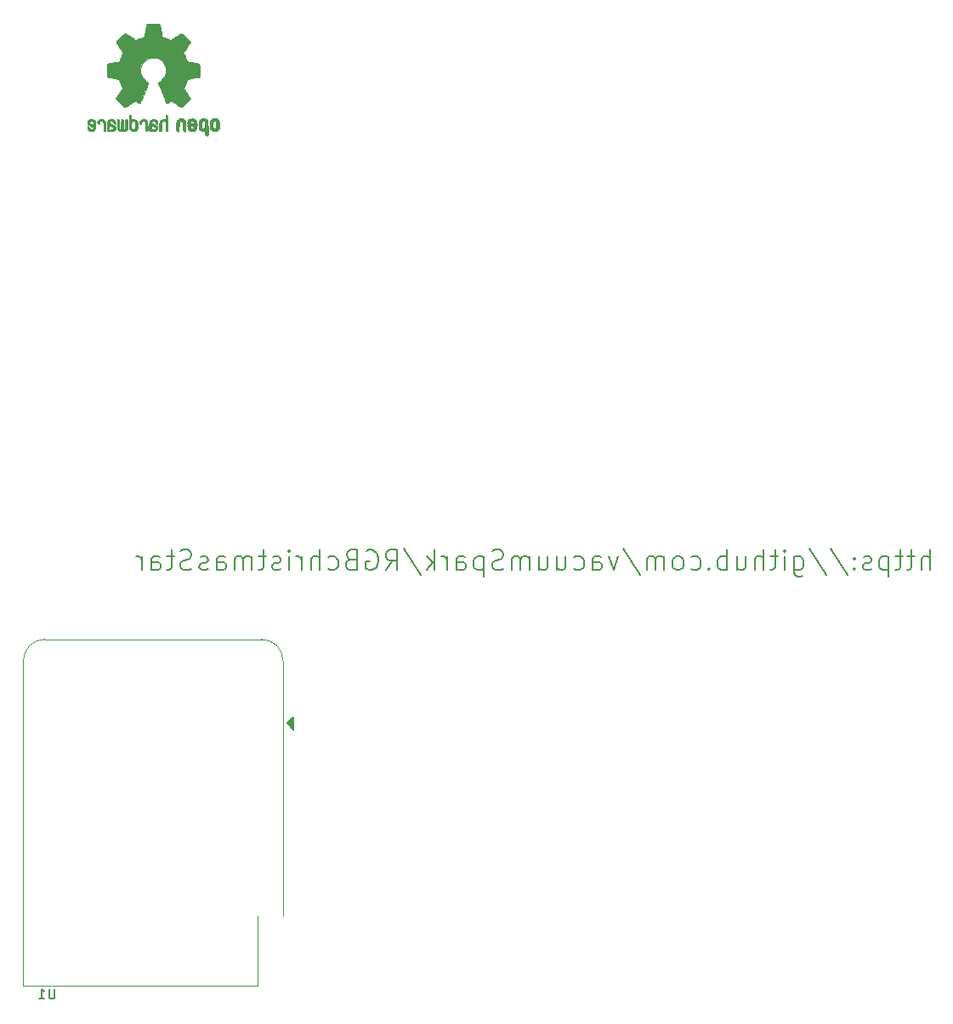
<source format=gbr>
%TF.GenerationSoftware,KiCad,Pcbnew,5.1.12-84ad8e8a86~92~ubuntu20.04.1*%
%TF.CreationDate,2021-11-29T16:52:28+01:00*%
%TF.ProjectId,RGBchristmasStar,52474263-6872-4697-9374-6d6173537461,rev?*%
%TF.SameCoordinates,Original*%
%TF.FileFunction,Legend,Bot*%
%TF.FilePolarity,Positive*%
%FSLAX46Y46*%
G04 Gerber Fmt 4.6, Leading zero omitted, Abs format (unit mm)*
G04 Created by KiCad (PCBNEW 5.1.12-84ad8e8a86~92~ubuntu20.04.1) date 2021-11-29 16:52:28*
%MOMM*%
%LPD*%
G01*
G04 APERTURE LIST*
%ADD10C,0.150000*%
%ADD11C,0.010000*%
%ADD12C,0.120000*%
G04 APERTURE END LIST*
D10*
X185360952Y-88794761D02*
X185360952Y-86794761D01*
X184503809Y-88794761D02*
X184503809Y-87747142D01*
X184599047Y-87556666D01*
X184789523Y-87461428D01*
X185075238Y-87461428D01*
X185265714Y-87556666D01*
X185360952Y-87651904D01*
X183837142Y-87461428D02*
X183075238Y-87461428D01*
X183551428Y-86794761D02*
X183551428Y-88509047D01*
X183456190Y-88699523D01*
X183265714Y-88794761D01*
X183075238Y-88794761D01*
X182694285Y-87461428D02*
X181932380Y-87461428D01*
X182408571Y-86794761D02*
X182408571Y-88509047D01*
X182313333Y-88699523D01*
X182122857Y-88794761D01*
X181932380Y-88794761D01*
X181265714Y-87461428D02*
X181265714Y-89461428D01*
X181265714Y-87556666D02*
X181075238Y-87461428D01*
X180694285Y-87461428D01*
X180503809Y-87556666D01*
X180408571Y-87651904D01*
X180313333Y-87842380D01*
X180313333Y-88413809D01*
X180408571Y-88604285D01*
X180503809Y-88699523D01*
X180694285Y-88794761D01*
X181075238Y-88794761D01*
X181265714Y-88699523D01*
X179551428Y-88699523D02*
X179360952Y-88794761D01*
X178980000Y-88794761D01*
X178789523Y-88699523D01*
X178694285Y-88509047D01*
X178694285Y-88413809D01*
X178789523Y-88223333D01*
X178980000Y-88128095D01*
X179265714Y-88128095D01*
X179456190Y-88032857D01*
X179551428Y-87842380D01*
X179551428Y-87747142D01*
X179456190Y-87556666D01*
X179265714Y-87461428D01*
X178980000Y-87461428D01*
X178789523Y-87556666D01*
X177837142Y-88604285D02*
X177741904Y-88699523D01*
X177837142Y-88794761D01*
X177932380Y-88699523D01*
X177837142Y-88604285D01*
X177837142Y-88794761D01*
X177837142Y-87556666D02*
X177741904Y-87651904D01*
X177837142Y-87747142D01*
X177932380Y-87651904D01*
X177837142Y-87556666D01*
X177837142Y-87747142D01*
X175456190Y-86699523D02*
X177170476Y-89270952D01*
X173360952Y-86699523D02*
X175075238Y-89270952D01*
X171837142Y-87461428D02*
X171837142Y-89080476D01*
X171932380Y-89270952D01*
X172027619Y-89366190D01*
X172218095Y-89461428D01*
X172503809Y-89461428D01*
X172694285Y-89366190D01*
X171837142Y-88699523D02*
X172027619Y-88794761D01*
X172408571Y-88794761D01*
X172599047Y-88699523D01*
X172694285Y-88604285D01*
X172789523Y-88413809D01*
X172789523Y-87842380D01*
X172694285Y-87651904D01*
X172599047Y-87556666D01*
X172408571Y-87461428D01*
X172027619Y-87461428D01*
X171837142Y-87556666D01*
X170884761Y-88794761D02*
X170884761Y-87461428D01*
X170884761Y-86794761D02*
X170980000Y-86890000D01*
X170884761Y-86985238D01*
X170789523Y-86890000D01*
X170884761Y-86794761D01*
X170884761Y-86985238D01*
X170218095Y-87461428D02*
X169456190Y-87461428D01*
X169932380Y-86794761D02*
X169932380Y-88509047D01*
X169837142Y-88699523D01*
X169646666Y-88794761D01*
X169456190Y-88794761D01*
X168789523Y-88794761D02*
X168789523Y-86794761D01*
X167932380Y-88794761D02*
X167932380Y-87747142D01*
X168027619Y-87556666D01*
X168218095Y-87461428D01*
X168503809Y-87461428D01*
X168694285Y-87556666D01*
X168789523Y-87651904D01*
X166122857Y-87461428D02*
X166122857Y-88794761D01*
X166980000Y-87461428D02*
X166980000Y-88509047D01*
X166884761Y-88699523D01*
X166694285Y-88794761D01*
X166408571Y-88794761D01*
X166218095Y-88699523D01*
X166122857Y-88604285D01*
X165170476Y-88794761D02*
X165170476Y-86794761D01*
X165170476Y-87556666D02*
X164980000Y-87461428D01*
X164599047Y-87461428D01*
X164408571Y-87556666D01*
X164313333Y-87651904D01*
X164218095Y-87842380D01*
X164218095Y-88413809D01*
X164313333Y-88604285D01*
X164408571Y-88699523D01*
X164599047Y-88794761D01*
X164980000Y-88794761D01*
X165170476Y-88699523D01*
X163360952Y-88604285D02*
X163265714Y-88699523D01*
X163360952Y-88794761D01*
X163456190Y-88699523D01*
X163360952Y-88604285D01*
X163360952Y-88794761D01*
X161551428Y-88699523D02*
X161741904Y-88794761D01*
X162122857Y-88794761D01*
X162313333Y-88699523D01*
X162408571Y-88604285D01*
X162503809Y-88413809D01*
X162503809Y-87842380D01*
X162408571Y-87651904D01*
X162313333Y-87556666D01*
X162122857Y-87461428D01*
X161741904Y-87461428D01*
X161551428Y-87556666D01*
X160408571Y-88794761D02*
X160599047Y-88699523D01*
X160694285Y-88604285D01*
X160789523Y-88413809D01*
X160789523Y-87842380D01*
X160694285Y-87651904D01*
X160599047Y-87556666D01*
X160408571Y-87461428D01*
X160122857Y-87461428D01*
X159932380Y-87556666D01*
X159837142Y-87651904D01*
X159741904Y-87842380D01*
X159741904Y-88413809D01*
X159837142Y-88604285D01*
X159932380Y-88699523D01*
X160122857Y-88794761D01*
X160408571Y-88794761D01*
X158884761Y-88794761D02*
X158884761Y-87461428D01*
X158884761Y-87651904D02*
X158789523Y-87556666D01*
X158599047Y-87461428D01*
X158313333Y-87461428D01*
X158122857Y-87556666D01*
X158027619Y-87747142D01*
X158027619Y-88794761D01*
X158027619Y-87747142D02*
X157932380Y-87556666D01*
X157741904Y-87461428D01*
X157456190Y-87461428D01*
X157265714Y-87556666D01*
X157170476Y-87747142D01*
X157170476Y-88794761D01*
X154789523Y-86699523D02*
X156503809Y-89270952D01*
X154313333Y-87461428D02*
X153837142Y-88794761D01*
X153360952Y-87461428D01*
X151741904Y-88794761D02*
X151741904Y-87747142D01*
X151837142Y-87556666D01*
X152027619Y-87461428D01*
X152408571Y-87461428D01*
X152599047Y-87556666D01*
X151741904Y-88699523D02*
X151932380Y-88794761D01*
X152408571Y-88794761D01*
X152599047Y-88699523D01*
X152694285Y-88509047D01*
X152694285Y-88318571D01*
X152599047Y-88128095D01*
X152408571Y-88032857D01*
X151932380Y-88032857D01*
X151741904Y-87937619D01*
X149932380Y-88699523D02*
X150122857Y-88794761D01*
X150503809Y-88794761D01*
X150694285Y-88699523D01*
X150789523Y-88604285D01*
X150884761Y-88413809D01*
X150884761Y-87842380D01*
X150789523Y-87651904D01*
X150694285Y-87556666D01*
X150503809Y-87461428D01*
X150122857Y-87461428D01*
X149932380Y-87556666D01*
X148218095Y-87461428D02*
X148218095Y-88794761D01*
X149075238Y-87461428D02*
X149075238Y-88509047D01*
X148980000Y-88699523D01*
X148789523Y-88794761D01*
X148503809Y-88794761D01*
X148313333Y-88699523D01*
X148218095Y-88604285D01*
X146408571Y-87461428D02*
X146408571Y-88794761D01*
X147265714Y-87461428D02*
X147265714Y-88509047D01*
X147170476Y-88699523D01*
X146980000Y-88794761D01*
X146694285Y-88794761D01*
X146503809Y-88699523D01*
X146408571Y-88604285D01*
X145456190Y-88794761D02*
X145456190Y-87461428D01*
X145456190Y-87651904D02*
X145360952Y-87556666D01*
X145170476Y-87461428D01*
X144884761Y-87461428D01*
X144694285Y-87556666D01*
X144599047Y-87747142D01*
X144599047Y-88794761D01*
X144599047Y-87747142D02*
X144503809Y-87556666D01*
X144313333Y-87461428D01*
X144027619Y-87461428D01*
X143837142Y-87556666D01*
X143741904Y-87747142D01*
X143741904Y-88794761D01*
X142884761Y-88699523D02*
X142599047Y-88794761D01*
X142122857Y-88794761D01*
X141932380Y-88699523D01*
X141837142Y-88604285D01*
X141741904Y-88413809D01*
X141741904Y-88223333D01*
X141837142Y-88032857D01*
X141932380Y-87937619D01*
X142122857Y-87842380D01*
X142503809Y-87747142D01*
X142694285Y-87651904D01*
X142789523Y-87556666D01*
X142884761Y-87366190D01*
X142884761Y-87175714D01*
X142789523Y-86985238D01*
X142694285Y-86890000D01*
X142503809Y-86794761D01*
X142027619Y-86794761D01*
X141741904Y-86890000D01*
X140884761Y-87461428D02*
X140884761Y-89461428D01*
X140884761Y-87556666D02*
X140694285Y-87461428D01*
X140313333Y-87461428D01*
X140122857Y-87556666D01*
X140027619Y-87651904D01*
X139932380Y-87842380D01*
X139932380Y-88413809D01*
X140027619Y-88604285D01*
X140122857Y-88699523D01*
X140313333Y-88794761D01*
X140694285Y-88794761D01*
X140884761Y-88699523D01*
X138218095Y-88794761D02*
X138218095Y-87747142D01*
X138313333Y-87556666D01*
X138503809Y-87461428D01*
X138884761Y-87461428D01*
X139075238Y-87556666D01*
X138218095Y-88699523D02*
X138408571Y-88794761D01*
X138884761Y-88794761D01*
X139075238Y-88699523D01*
X139170476Y-88509047D01*
X139170476Y-88318571D01*
X139075238Y-88128095D01*
X138884761Y-88032857D01*
X138408571Y-88032857D01*
X138218095Y-87937619D01*
X137265714Y-88794761D02*
X137265714Y-87461428D01*
X137265714Y-87842380D02*
X137170476Y-87651904D01*
X137075238Y-87556666D01*
X136884761Y-87461428D01*
X136694285Y-87461428D01*
X136027619Y-88794761D02*
X136027619Y-86794761D01*
X135837142Y-88032857D02*
X135265714Y-88794761D01*
X135265714Y-87461428D02*
X136027619Y-88223333D01*
X132980000Y-86699523D02*
X134694285Y-89270952D01*
X131170476Y-88794761D02*
X131837142Y-87842380D01*
X132313333Y-88794761D02*
X132313333Y-86794761D01*
X131551428Y-86794761D01*
X131360952Y-86890000D01*
X131265714Y-86985238D01*
X131170476Y-87175714D01*
X131170476Y-87461428D01*
X131265714Y-87651904D01*
X131360952Y-87747142D01*
X131551428Y-87842380D01*
X132313333Y-87842380D01*
X129265714Y-86890000D02*
X129456190Y-86794761D01*
X129741904Y-86794761D01*
X130027619Y-86890000D01*
X130218095Y-87080476D01*
X130313333Y-87270952D01*
X130408571Y-87651904D01*
X130408571Y-87937619D01*
X130313333Y-88318571D01*
X130218095Y-88509047D01*
X130027619Y-88699523D01*
X129741904Y-88794761D01*
X129551428Y-88794761D01*
X129265714Y-88699523D01*
X129170476Y-88604285D01*
X129170476Y-87937619D01*
X129551428Y-87937619D01*
X127646666Y-87747142D02*
X127360952Y-87842380D01*
X127265714Y-87937619D01*
X127170476Y-88128095D01*
X127170476Y-88413809D01*
X127265714Y-88604285D01*
X127360952Y-88699523D01*
X127551428Y-88794761D01*
X128313333Y-88794761D01*
X128313333Y-86794761D01*
X127646666Y-86794761D01*
X127456190Y-86890000D01*
X127360952Y-86985238D01*
X127265714Y-87175714D01*
X127265714Y-87366190D01*
X127360952Y-87556666D01*
X127456190Y-87651904D01*
X127646666Y-87747142D01*
X128313333Y-87747142D01*
X125456190Y-88699523D02*
X125646666Y-88794761D01*
X126027619Y-88794761D01*
X126218095Y-88699523D01*
X126313333Y-88604285D01*
X126408571Y-88413809D01*
X126408571Y-87842380D01*
X126313333Y-87651904D01*
X126218095Y-87556666D01*
X126027619Y-87461428D01*
X125646666Y-87461428D01*
X125456190Y-87556666D01*
X124599047Y-88794761D02*
X124599047Y-86794761D01*
X123741904Y-88794761D02*
X123741904Y-87747142D01*
X123837142Y-87556666D01*
X124027619Y-87461428D01*
X124313333Y-87461428D01*
X124503809Y-87556666D01*
X124599047Y-87651904D01*
X122789523Y-88794761D02*
X122789523Y-87461428D01*
X122789523Y-87842380D02*
X122694285Y-87651904D01*
X122599047Y-87556666D01*
X122408571Y-87461428D01*
X122218095Y-87461428D01*
X121551428Y-88794761D02*
X121551428Y-87461428D01*
X121551428Y-86794761D02*
X121646666Y-86890000D01*
X121551428Y-86985238D01*
X121456190Y-86890000D01*
X121551428Y-86794761D01*
X121551428Y-86985238D01*
X120694285Y-88699523D02*
X120503809Y-88794761D01*
X120122857Y-88794761D01*
X119932380Y-88699523D01*
X119837142Y-88509047D01*
X119837142Y-88413809D01*
X119932380Y-88223333D01*
X120122857Y-88128095D01*
X120408571Y-88128095D01*
X120599047Y-88032857D01*
X120694285Y-87842380D01*
X120694285Y-87747142D01*
X120599047Y-87556666D01*
X120408571Y-87461428D01*
X120122857Y-87461428D01*
X119932380Y-87556666D01*
X119265714Y-87461428D02*
X118503809Y-87461428D01*
X118980000Y-86794761D02*
X118980000Y-88509047D01*
X118884761Y-88699523D01*
X118694285Y-88794761D01*
X118503809Y-88794761D01*
X117837142Y-88794761D02*
X117837142Y-87461428D01*
X117837142Y-87651904D02*
X117741904Y-87556666D01*
X117551428Y-87461428D01*
X117265714Y-87461428D01*
X117075238Y-87556666D01*
X116980000Y-87747142D01*
X116980000Y-88794761D01*
X116980000Y-87747142D02*
X116884761Y-87556666D01*
X116694285Y-87461428D01*
X116408571Y-87461428D01*
X116218095Y-87556666D01*
X116122857Y-87747142D01*
X116122857Y-88794761D01*
X114313333Y-88794761D02*
X114313333Y-87747142D01*
X114408571Y-87556666D01*
X114599047Y-87461428D01*
X114980000Y-87461428D01*
X115170476Y-87556666D01*
X114313333Y-88699523D02*
X114503809Y-88794761D01*
X114980000Y-88794761D01*
X115170476Y-88699523D01*
X115265714Y-88509047D01*
X115265714Y-88318571D01*
X115170476Y-88128095D01*
X114980000Y-88032857D01*
X114503809Y-88032857D01*
X114313333Y-87937619D01*
X113456190Y-88699523D02*
X113265714Y-88794761D01*
X112884761Y-88794761D01*
X112694285Y-88699523D01*
X112599047Y-88509047D01*
X112599047Y-88413809D01*
X112694285Y-88223333D01*
X112884761Y-88128095D01*
X113170476Y-88128095D01*
X113360952Y-88032857D01*
X113456190Y-87842380D01*
X113456190Y-87747142D01*
X113360952Y-87556666D01*
X113170476Y-87461428D01*
X112884761Y-87461428D01*
X112694285Y-87556666D01*
X111837142Y-88699523D02*
X111551428Y-88794761D01*
X111075238Y-88794761D01*
X110884761Y-88699523D01*
X110789523Y-88604285D01*
X110694285Y-88413809D01*
X110694285Y-88223333D01*
X110789523Y-88032857D01*
X110884761Y-87937619D01*
X111075238Y-87842380D01*
X111456190Y-87747142D01*
X111646666Y-87651904D01*
X111741904Y-87556666D01*
X111837142Y-87366190D01*
X111837142Y-87175714D01*
X111741904Y-86985238D01*
X111646666Y-86890000D01*
X111456190Y-86794761D01*
X110980000Y-86794761D01*
X110694285Y-86890000D01*
X110122857Y-87461428D02*
X109360952Y-87461428D01*
X109837142Y-86794761D02*
X109837142Y-88509047D01*
X109741904Y-88699523D01*
X109551428Y-88794761D01*
X109360952Y-88794761D01*
X107837142Y-88794761D02*
X107837142Y-87747142D01*
X107932380Y-87556666D01*
X108122857Y-87461428D01*
X108503809Y-87461428D01*
X108694285Y-87556666D01*
X107837142Y-88699523D02*
X108027619Y-88794761D01*
X108503809Y-88794761D01*
X108694285Y-88699523D01*
X108789523Y-88509047D01*
X108789523Y-88318571D01*
X108694285Y-88128095D01*
X108503809Y-88032857D01*
X108027619Y-88032857D01*
X107837142Y-87937619D01*
X106884761Y-88794761D02*
X106884761Y-87461428D01*
X106884761Y-87842380D02*
X106789523Y-87651904D01*
X106694285Y-87556666D01*
X106503809Y-87461428D01*
X106313333Y-87461428D01*
D11*
%TO.C,REF\u002A\u002A*%
G36*
X107790986Y-34452998D02*
G01*
X107632994Y-34453863D01*
X107518653Y-34456205D01*
X107440593Y-34460762D01*
X107391446Y-34468270D01*
X107363841Y-34479466D01*
X107350408Y-34495088D01*
X107343779Y-34515873D01*
X107343135Y-34518563D01*
X107333065Y-34567113D01*
X107314425Y-34662905D01*
X107289155Y-34795743D01*
X107259193Y-34955431D01*
X107226478Y-35131774D01*
X107225336Y-35137967D01*
X107192567Y-35310782D01*
X107161907Y-35463469D01*
X107135336Y-35586871D01*
X107114833Y-35671831D01*
X107102374Y-35709190D01*
X107101780Y-35709852D01*
X107065081Y-35728095D01*
X106989414Y-35758497D01*
X106891122Y-35794493D01*
X106890575Y-35794685D01*
X106766767Y-35841222D01*
X106620804Y-35900504D01*
X106483219Y-35960109D01*
X106476707Y-35963056D01*
X106252610Y-36064765D01*
X105756381Y-35725897D01*
X105604154Y-35622592D01*
X105466259Y-35530237D01*
X105350685Y-35454084D01*
X105265421Y-35399385D01*
X105218456Y-35371393D01*
X105213996Y-35369317D01*
X105179866Y-35378560D01*
X105116119Y-35423156D01*
X105020269Y-35505209D01*
X104889831Y-35626821D01*
X104756672Y-35756205D01*
X104628306Y-35883702D01*
X104513419Y-36000046D01*
X104418927Y-36098052D01*
X104351747Y-36170536D01*
X104318794Y-36210313D01*
X104317568Y-36212361D01*
X104313926Y-36239656D01*
X104327650Y-36284234D01*
X104362131Y-36352112D01*
X104420761Y-36449311D01*
X104506930Y-36581851D01*
X104621800Y-36752476D01*
X104723746Y-36902655D01*
X104814877Y-37037350D01*
X104889927Y-37148740D01*
X104943631Y-37229005D01*
X104970720Y-37270325D01*
X104972426Y-37273130D01*
X104969118Y-37312721D01*
X104944047Y-37389669D01*
X104902202Y-37489432D01*
X104887288Y-37521291D01*
X104822214Y-37663226D01*
X104752788Y-37824273D01*
X104696391Y-37963621D01*
X104655753Y-38067044D01*
X104623474Y-38145642D01*
X104604822Y-38186720D01*
X104602503Y-38189885D01*
X104568197Y-38195128D01*
X104487331Y-38209494D01*
X104370657Y-38230937D01*
X104228925Y-38257413D01*
X104072890Y-38286877D01*
X103913302Y-38317283D01*
X103760915Y-38346588D01*
X103626479Y-38372745D01*
X103520748Y-38393710D01*
X103454474Y-38407439D01*
X103438218Y-38411320D01*
X103421427Y-38420900D01*
X103408751Y-38442536D01*
X103399622Y-38483531D01*
X103393469Y-38551189D01*
X103389720Y-38652812D01*
X103387808Y-38795703D01*
X103387160Y-38987165D01*
X103387126Y-39065645D01*
X103387126Y-39703906D01*
X103540402Y-39734160D01*
X103625678Y-39750564D01*
X103752930Y-39774509D01*
X103906685Y-39803107D01*
X104071466Y-39833467D01*
X104117011Y-39841806D01*
X104269068Y-39871370D01*
X104401532Y-39900442D01*
X104503286Y-39926329D01*
X104563212Y-39946337D01*
X104573195Y-39952301D01*
X104597707Y-39994534D01*
X104632852Y-40076370D01*
X104671827Y-40181683D01*
X104679558Y-40204368D01*
X104730640Y-40345018D01*
X104794046Y-40503714D01*
X104856096Y-40646225D01*
X104856402Y-40646886D01*
X104959733Y-40870440D01*
X104280039Y-41870232D01*
X104716379Y-42307300D01*
X104848351Y-42437381D01*
X104968721Y-42552048D01*
X105070727Y-42645181D01*
X105147609Y-42710658D01*
X105192607Y-42742357D01*
X105199062Y-42744368D01*
X105236960Y-42728529D01*
X105314292Y-42684496D01*
X105422611Y-42617490D01*
X105553468Y-42532734D01*
X105694948Y-42437816D01*
X105838539Y-42340998D01*
X105966565Y-42256751D01*
X106070895Y-42190258D01*
X106143400Y-42146702D01*
X106175842Y-42131264D01*
X106215424Y-42144328D01*
X106290481Y-42178750D01*
X106385532Y-42227380D01*
X106395608Y-42232785D01*
X106523609Y-42296980D01*
X106611382Y-42328463D01*
X106665972Y-42328798D01*
X106694425Y-42299548D01*
X106694590Y-42299138D01*
X106708812Y-42264498D01*
X106742731Y-42182269D01*
X106793716Y-42058814D01*
X106859138Y-41900498D01*
X106936366Y-41713686D01*
X107022771Y-41504742D01*
X107106449Y-41302446D01*
X107198412Y-41079200D01*
X107282850Y-40872392D01*
X107357231Y-40688362D01*
X107419026Y-40533451D01*
X107465703Y-40413996D01*
X107494732Y-40336339D01*
X107503678Y-40307356D01*
X107481244Y-40274110D01*
X107422561Y-40221123D01*
X107344311Y-40162704D01*
X107121466Y-39977952D01*
X106947282Y-39766182D01*
X106823846Y-39531856D01*
X106753246Y-39279434D01*
X106737569Y-39013377D01*
X106748964Y-38890575D01*
X106811050Y-38635793D01*
X106917977Y-38410801D01*
X107063111Y-38217817D01*
X107239822Y-38059061D01*
X107441478Y-37936750D01*
X107661446Y-37853105D01*
X107893094Y-37810344D01*
X108129791Y-37810687D01*
X108364905Y-37856352D01*
X108591804Y-37949559D01*
X108803856Y-38092527D01*
X108892364Y-38173383D01*
X109062111Y-38381007D01*
X109180301Y-38607895D01*
X109247722Y-38847433D01*
X109265160Y-39093007D01*
X109233402Y-39338003D01*
X109153235Y-39575808D01*
X109025445Y-39799807D01*
X108850820Y-40003387D01*
X108655688Y-40162704D01*
X108574409Y-40223602D01*
X108516991Y-40276015D01*
X108496322Y-40307406D01*
X108507144Y-40341639D01*
X108537923Y-40423419D01*
X108586126Y-40546407D01*
X108649222Y-40704263D01*
X108724678Y-40890649D01*
X108809962Y-41099226D01*
X108893781Y-41302496D01*
X108986255Y-41525933D01*
X109071911Y-41732984D01*
X109148118Y-41917286D01*
X109212247Y-42072475D01*
X109261668Y-42192188D01*
X109293752Y-42270061D01*
X109305641Y-42299138D01*
X109333726Y-42328677D01*
X109388051Y-42328591D01*
X109475605Y-42297326D01*
X109603381Y-42233329D01*
X109604392Y-42232785D01*
X109700598Y-42183121D01*
X109778369Y-42146945D01*
X109822223Y-42131408D01*
X109824158Y-42131264D01*
X109857171Y-42147024D01*
X109930054Y-42190850D01*
X110034678Y-42257557D01*
X110162910Y-42341964D01*
X110305052Y-42437816D01*
X110449767Y-42534867D01*
X110580196Y-42619270D01*
X110687890Y-42685801D01*
X110764402Y-42729238D01*
X110800938Y-42744368D01*
X110834582Y-42724482D01*
X110902224Y-42668903D01*
X110997107Y-42583754D01*
X111112470Y-42475153D01*
X111241555Y-42349221D01*
X111283771Y-42307149D01*
X111720261Y-41869931D01*
X111388023Y-41382340D01*
X111287054Y-41232605D01*
X111198438Y-41098220D01*
X111127146Y-40986969D01*
X111078150Y-40906639D01*
X111056422Y-40865014D01*
X111055785Y-40862053D01*
X111067240Y-40822818D01*
X111098051Y-40743895D01*
X111142884Y-40638509D01*
X111174353Y-40567954D01*
X111233192Y-40432876D01*
X111288604Y-40296409D01*
X111331564Y-40181103D01*
X111343234Y-40145977D01*
X111376389Y-40052174D01*
X111408799Y-39979694D01*
X111426601Y-39952301D01*
X111465886Y-39935536D01*
X111551626Y-39911770D01*
X111672697Y-39883697D01*
X111817973Y-39854009D01*
X111882988Y-39841806D01*
X112048087Y-39811468D01*
X112206448Y-39782093D01*
X112342596Y-39756569D01*
X112441057Y-39737785D01*
X112459598Y-39734160D01*
X112612873Y-39703906D01*
X112612873Y-39065645D01*
X112612529Y-38855770D01*
X112611116Y-38696980D01*
X112608064Y-38581973D01*
X112602803Y-38503446D01*
X112594763Y-38454096D01*
X112583373Y-38426619D01*
X112568063Y-38413713D01*
X112561782Y-38411320D01*
X112523896Y-38402833D01*
X112440195Y-38385900D01*
X112321433Y-38362566D01*
X112178361Y-38334875D01*
X112021732Y-38304873D01*
X111862297Y-38274604D01*
X111710809Y-38246115D01*
X111578019Y-38221449D01*
X111474681Y-38202651D01*
X111411545Y-38191767D01*
X111397497Y-38189885D01*
X111384770Y-38164704D01*
X111356600Y-38097622D01*
X111318252Y-38001333D01*
X111303609Y-37963621D01*
X111244548Y-37817921D01*
X111175000Y-37656951D01*
X111112712Y-37521291D01*
X111066879Y-37417561D01*
X111036387Y-37332326D01*
X111026208Y-37280126D01*
X111027831Y-37273130D01*
X111049343Y-37240102D01*
X111098465Y-37166643D01*
X111169923Y-37060577D01*
X111258445Y-36929726D01*
X111358759Y-36781912D01*
X111378594Y-36752734D01*
X111494988Y-36579863D01*
X111580548Y-36448226D01*
X111638684Y-36351761D01*
X111672808Y-36284408D01*
X111686331Y-36240106D01*
X111682664Y-36212794D01*
X111682570Y-36212620D01*
X111653707Y-36176746D01*
X111589867Y-36107391D01*
X111497969Y-36011745D01*
X111384933Y-35896999D01*
X111257679Y-35770341D01*
X111243328Y-35756205D01*
X111082957Y-35600903D01*
X110959195Y-35486870D01*
X110869555Y-35412002D01*
X110811552Y-35374196D01*
X110786004Y-35369317D01*
X110748718Y-35390603D01*
X110671343Y-35439773D01*
X110561867Y-35511575D01*
X110428280Y-35600755D01*
X110278570Y-35702063D01*
X110243618Y-35725897D01*
X109747390Y-36064765D01*
X109523293Y-35963056D01*
X109387011Y-35903783D01*
X109240724Y-35844170D01*
X109114965Y-35796640D01*
X109109425Y-35794685D01*
X109011057Y-35758677D01*
X108935229Y-35728229D01*
X108898282Y-35709905D01*
X108898220Y-35709852D01*
X108886496Y-35676729D01*
X108866568Y-35595267D01*
X108840413Y-35474625D01*
X108810010Y-35323959D01*
X108777337Y-35152428D01*
X108774664Y-35137967D01*
X108741890Y-34961235D01*
X108711802Y-34800810D01*
X108686339Y-34666888D01*
X108667441Y-34569663D01*
X108657047Y-34519332D01*
X108656865Y-34518563D01*
X108650539Y-34497153D01*
X108638239Y-34480988D01*
X108612594Y-34469331D01*
X108566235Y-34461445D01*
X108491792Y-34456593D01*
X108381895Y-34454039D01*
X108229175Y-34453045D01*
X108026262Y-34452874D01*
X108000000Y-34452874D01*
X107790986Y-34452998D01*
G37*
X107790986Y-34452998D02*
X107632994Y-34453863D01*
X107518653Y-34456205D01*
X107440593Y-34460762D01*
X107391446Y-34468270D01*
X107363841Y-34479466D01*
X107350408Y-34495088D01*
X107343779Y-34515873D01*
X107343135Y-34518563D01*
X107333065Y-34567113D01*
X107314425Y-34662905D01*
X107289155Y-34795743D01*
X107259193Y-34955431D01*
X107226478Y-35131774D01*
X107225336Y-35137967D01*
X107192567Y-35310782D01*
X107161907Y-35463469D01*
X107135336Y-35586871D01*
X107114833Y-35671831D01*
X107102374Y-35709190D01*
X107101780Y-35709852D01*
X107065081Y-35728095D01*
X106989414Y-35758497D01*
X106891122Y-35794493D01*
X106890575Y-35794685D01*
X106766767Y-35841222D01*
X106620804Y-35900504D01*
X106483219Y-35960109D01*
X106476707Y-35963056D01*
X106252610Y-36064765D01*
X105756381Y-35725897D01*
X105604154Y-35622592D01*
X105466259Y-35530237D01*
X105350685Y-35454084D01*
X105265421Y-35399385D01*
X105218456Y-35371393D01*
X105213996Y-35369317D01*
X105179866Y-35378560D01*
X105116119Y-35423156D01*
X105020269Y-35505209D01*
X104889831Y-35626821D01*
X104756672Y-35756205D01*
X104628306Y-35883702D01*
X104513419Y-36000046D01*
X104418927Y-36098052D01*
X104351747Y-36170536D01*
X104318794Y-36210313D01*
X104317568Y-36212361D01*
X104313926Y-36239656D01*
X104327650Y-36284234D01*
X104362131Y-36352112D01*
X104420761Y-36449311D01*
X104506930Y-36581851D01*
X104621800Y-36752476D01*
X104723746Y-36902655D01*
X104814877Y-37037350D01*
X104889927Y-37148740D01*
X104943631Y-37229005D01*
X104970720Y-37270325D01*
X104972426Y-37273130D01*
X104969118Y-37312721D01*
X104944047Y-37389669D01*
X104902202Y-37489432D01*
X104887288Y-37521291D01*
X104822214Y-37663226D01*
X104752788Y-37824273D01*
X104696391Y-37963621D01*
X104655753Y-38067044D01*
X104623474Y-38145642D01*
X104604822Y-38186720D01*
X104602503Y-38189885D01*
X104568197Y-38195128D01*
X104487331Y-38209494D01*
X104370657Y-38230937D01*
X104228925Y-38257413D01*
X104072890Y-38286877D01*
X103913302Y-38317283D01*
X103760915Y-38346588D01*
X103626479Y-38372745D01*
X103520748Y-38393710D01*
X103454474Y-38407439D01*
X103438218Y-38411320D01*
X103421427Y-38420900D01*
X103408751Y-38442536D01*
X103399622Y-38483531D01*
X103393469Y-38551189D01*
X103389720Y-38652812D01*
X103387808Y-38795703D01*
X103387160Y-38987165D01*
X103387126Y-39065645D01*
X103387126Y-39703906D01*
X103540402Y-39734160D01*
X103625678Y-39750564D01*
X103752930Y-39774509D01*
X103906685Y-39803107D01*
X104071466Y-39833467D01*
X104117011Y-39841806D01*
X104269068Y-39871370D01*
X104401532Y-39900442D01*
X104503286Y-39926329D01*
X104563212Y-39946337D01*
X104573195Y-39952301D01*
X104597707Y-39994534D01*
X104632852Y-40076370D01*
X104671827Y-40181683D01*
X104679558Y-40204368D01*
X104730640Y-40345018D01*
X104794046Y-40503714D01*
X104856096Y-40646225D01*
X104856402Y-40646886D01*
X104959733Y-40870440D01*
X104280039Y-41870232D01*
X104716379Y-42307300D01*
X104848351Y-42437381D01*
X104968721Y-42552048D01*
X105070727Y-42645181D01*
X105147609Y-42710658D01*
X105192607Y-42742357D01*
X105199062Y-42744368D01*
X105236960Y-42728529D01*
X105314292Y-42684496D01*
X105422611Y-42617490D01*
X105553468Y-42532734D01*
X105694948Y-42437816D01*
X105838539Y-42340998D01*
X105966565Y-42256751D01*
X106070895Y-42190258D01*
X106143400Y-42146702D01*
X106175842Y-42131264D01*
X106215424Y-42144328D01*
X106290481Y-42178750D01*
X106385532Y-42227380D01*
X106395608Y-42232785D01*
X106523609Y-42296980D01*
X106611382Y-42328463D01*
X106665972Y-42328798D01*
X106694425Y-42299548D01*
X106694590Y-42299138D01*
X106708812Y-42264498D01*
X106742731Y-42182269D01*
X106793716Y-42058814D01*
X106859138Y-41900498D01*
X106936366Y-41713686D01*
X107022771Y-41504742D01*
X107106449Y-41302446D01*
X107198412Y-41079200D01*
X107282850Y-40872392D01*
X107357231Y-40688362D01*
X107419026Y-40533451D01*
X107465703Y-40413996D01*
X107494732Y-40336339D01*
X107503678Y-40307356D01*
X107481244Y-40274110D01*
X107422561Y-40221123D01*
X107344311Y-40162704D01*
X107121466Y-39977952D01*
X106947282Y-39766182D01*
X106823846Y-39531856D01*
X106753246Y-39279434D01*
X106737569Y-39013377D01*
X106748964Y-38890575D01*
X106811050Y-38635793D01*
X106917977Y-38410801D01*
X107063111Y-38217817D01*
X107239822Y-38059061D01*
X107441478Y-37936750D01*
X107661446Y-37853105D01*
X107893094Y-37810344D01*
X108129791Y-37810687D01*
X108364905Y-37856352D01*
X108591804Y-37949559D01*
X108803856Y-38092527D01*
X108892364Y-38173383D01*
X109062111Y-38381007D01*
X109180301Y-38607895D01*
X109247722Y-38847433D01*
X109265160Y-39093007D01*
X109233402Y-39338003D01*
X109153235Y-39575808D01*
X109025445Y-39799807D01*
X108850820Y-40003387D01*
X108655688Y-40162704D01*
X108574409Y-40223602D01*
X108516991Y-40276015D01*
X108496322Y-40307406D01*
X108507144Y-40341639D01*
X108537923Y-40423419D01*
X108586126Y-40546407D01*
X108649222Y-40704263D01*
X108724678Y-40890649D01*
X108809962Y-41099226D01*
X108893781Y-41302496D01*
X108986255Y-41525933D01*
X109071911Y-41732984D01*
X109148118Y-41917286D01*
X109212247Y-42072475D01*
X109261668Y-42192188D01*
X109293752Y-42270061D01*
X109305641Y-42299138D01*
X109333726Y-42328677D01*
X109388051Y-42328591D01*
X109475605Y-42297326D01*
X109603381Y-42233329D01*
X109604392Y-42232785D01*
X109700598Y-42183121D01*
X109778369Y-42146945D01*
X109822223Y-42131408D01*
X109824158Y-42131264D01*
X109857171Y-42147024D01*
X109930054Y-42190850D01*
X110034678Y-42257557D01*
X110162910Y-42341964D01*
X110305052Y-42437816D01*
X110449767Y-42534867D01*
X110580196Y-42619270D01*
X110687890Y-42685801D01*
X110764402Y-42729238D01*
X110800938Y-42744368D01*
X110834582Y-42724482D01*
X110902224Y-42668903D01*
X110997107Y-42583754D01*
X111112470Y-42475153D01*
X111241555Y-42349221D01*
X111283771Y-42307149D01*
X111720261Y-41869931D01*
X111388023Y-41382340D01*
X111287054Y-41232605D01*
X111198438Y-41098220D01*
X111127146Y-40986969D01*
X111078150Y-40906639D01*
X111056422Y-40865014D01*
X111055785Y-40862053D01*
X111067240Y-40822818D01*
X111098051Y-40743895D01*
X111142884Y-40638509D01*
X111174353Y-40567954D01*
X111233192Y-40432876D01*
X111288604Y-40296409D01*
X111331564Y-40181103D01*
X111343234Y-40145977D01*
X111376389Y-40052174D01*
X111408799Y-39979694D01*
X111426601Y-39952301D01*
X111465886Y-39935536D01*
X111551626Y-39911770D01*
X111672697Y-39883697D01*
X111817973Y-39854009D01*
X111882988Y-39841806D01*
X112048087Y-39811468D01*
X112206448Y-39782093D01*
X112342596Y-39756569D01*
X112441057Y-39737785D01*
X112459598Y-39734160D01*
X112612873Y-39703906D01*
X112612873Y-39065645D01*
X112612529Y-38855770D01*
X112611116Y-38696980D01*
X112608064Y-38581973D01*
X112602803Y-38503446D01*
X112594763Y-38454096D01*
X112583373Y-38426619D01*
X112568063Y-38413713D01*
X112561782Y-38411320D01*
X112523896Y-38402833D01*
X112440195Y-38385900D01*
X112321433Y-38362566D01*
X112178361Y-38334875D01*
X112021732Y-38304873D01*
X111862297Y-38274604D01*
X111710809Y-38246115D01*
X111578019Y-38221449D01*
X111474681Y-38202651D01*
X111411545Y-38191767D01*
X111397497Y-38189885D01*
X111384770Y-38164704D01*
X111356600Y-38097622D01*
X111318252Y-38001333D01*
X111303609Y-37963621D01*
X111244548Y-37817921D01*
X111175000Y-37656951D01*
X111112712Y-37521291D01*
X111066879Y-37417561D01*
X111036387Y-37332326D01*
X111026208Y-37280126D01*
X111027831Y-37273130D01*
X111049343Y-37240102D01*
X111098465Y-37166643D01*
X111169923Y-37060577D01*
X111258445Y-36929726D01*
X111358759Y-36781912D01*
X111378594Y-36752734D01*
X111494988Y-36579863D01*
X111580548Y-36448226D01*
X111638684Y-36351761D01*
X111672808Y-36284408D01*
X111686331Y-36240106D01*
X111682664Y-36212794D01*
X111682570Y-36212620D01*
X111653707Y-36176746D01*
X111589867Y-36107391D01*
X111497969Y-36011745D01*
X111384933Y-35896999D01*
X111257679Y-35770341D01*
X111243328Y-35756205D01*
X111082957Y-35600903D01*
X110959195Y-35486870D01*
X110869555Y-35412002D01*
X110811552Y-35374196D01*
X110786004Y-35369317D01*
X110748718Y-35390603D01*
X110671343Y-35439773D01*
X110561867Y-35511575D01*
X110428280Y-35600755D01*
X110278570Y-35702063D01*
X110243618Y-35725897D01*
X109747390Y-36064765D01*
X109523293Y-35963056D01*
X109387011Y-35903783D01*
X109240724Y-35844170D01*
X109114965Y-35796640D01*
X109109425Y-35794685D01*
X109011057Y-35758677D01*
X108935229Y-35728229D01*
X108898282Y-35709905D01*
X108898220Y-35709852D01*
X108886496Y-35676729D01*
X108866568Y-35595267D01*
X108840413Y-35474625D01*
X108810010Y-35323959D01*
X108777337Y-35152428D01*
X108774664Y-35137967D01*
X108741890Y-34961235D01*
X108711802Y-34800810D01*
X108686339Y-34666888D01*
X108667441Y-34569663D01*
X108657047Y-34519332D01*
X108656865Y-34518563D01*
X108650539Y-34497153D01*
X108638239Y-34480988D01*
X108612594Y-34469331D01*
X108566235Y-34461445D01*
X108491792Y-34456593D01*
X108381895Y-34454039D01*
X108229175Y-34453045D01*
X108026262Y-34452874D01*
X108000000Y-34452874D01*
X107790986Y-34452998D01*
G36*
X101656561Y-43956540D02*
G01*
X101541050Y-44032034D01*
X101485336Y-44099617D01*
X101441196Y-44222255D01*
X101437691Y-44319298D01*
X101445632Y-44449056D01*
X101744885Y-44580039D01*
X101890389Y-44646958D01*
X101985463Y-44700790D01*
X102034899Y-44747416D01*
X102043489Y-44792720D01*
X102016028Y-44842582D01*
X101985747Y-44875632D01*
X101897637Y-44928633D01*
X101801804Y-44932347D01*
X101713788Y-44891041D01*
X101649131Y-44808983D01*
X101637567Y-44780008D01*
X101582175Y-44689509D01*
X101518447Y-44650940D01*
X101431034Y-44617946D01*
X101431034Y-44743034D01*
X101438762Y-44828156D01*
X101469034Y-44899938D01*
X101532482Y-44982356D01*
X101541912Y-44993066D01*
X101612487Y-45066391D01*
X101673153Y-45105742D01*
X101749050Y-45123845D01*
X101811970Y-45129774D01*
X101924513Y-45131251D01*
X102004630Y-45112535D01*
X102054610Y-45084747D01*
X102133162Y-45023641D01*
X102187537Y-44957554D01*
X102221948Y-44874441D01*
X102240612Y-44762254D01*
X102247744Y-44608946D01*
X102248313Y-44531136D01*
X102246378Y-44437853D01*
X102070101Y-44437853D01*
X102068056Y-44487896D01*
X102062961Y-44496092D01*
X102029334Y-44484958D01*
X101956970Y-44455493D01*
X101860253Y-44413601D01*
X101840027Y-44404597D01*
X101717797Y-44342442D01*
X101650453Y-44287815D01*
X101635652Y-44236649D01*
X101671053Y-44184876D01*
X101700289Y-44162000D01*
X101805784Y-44116250D01*
X101904524Y-44123808D01*
X101987188Y-44179651D01*
X102044452Y-44278753D01*
X102062812Y-44357414D01*
X102070101Y-44437853D01*
X102246378Y-44437853D01*
X102244541Y-44349351D01*
X102230641Y-44214853D01*
X102203106Y-44116916D01*
X102158428Y-44044811D01*
X102093099Y-43987813D01*
X102064617Y-43969393D01*
X101935237Y-43921422D01*
X101793588Y-43918403D01*
X101656561Y-43956540D01*
G37*
X101656561Y-43956540D02*
X101541050Y-44032034D01*
X101485336Y-44099617D01*
X101441196Y-44222255D01*
X101437691Y-44319298D01*
X101445632Y-44449056D01*
X101744885Y-44580039D01*
X101890389Y-44646958D01*
X101985463Y-44700790D01*
X102034899Y-44747416D01*
X102043489Y-44792720D01*
X102016028Y-44842582D01*
X101985747Y-44875632D01*
X101897637Y-44928633D01*
X101801804Y-44932347D01*
X101713788Y-44891041D01*
X101649131Y-44808983D01*
X101637567Y-44780008D01*
X101582175Y-44689509D01*
X101518447Y-44650940D01*
X101431034Y-44617946D01*
X101431034Y-44743034D01*
X101438762Y-44828156D01*
X101469034Y-44899938D01*
X101532482Y-44982356D01*
X101541912Y-44993066D01*
X101612487Y-45066391D01*
X101673153Y-45105742D01*
X101749050Y-45123845D01*
X101811970Y-45129774D01*
X101924513Y-45131251D01*
X102004630Y-45112535D01*
X102054610Y-45084747D01*
X102133162Y-45023641D01*
X102187537Y-44957554D01*
X102221948Y-44874441D01*
X102240612Y-44762254D01*
X102247744Y-44608946D01*
X102248313Y-44531136D01*
X102246378Y-44437853D01*
X102070101Y-44437853D01*
X102068056Y-44487896D01*
X102062961Y-44496092D01*
X102029334Y-44484958D01*
X101956970Y-44455493D01*
X101860253Y-44413601D01*
X101840027Y-44404597D01*
X101717797Y-44342442D01*
X101650453Y-44287815D01*
X101635652Y-44236649D01*
X101671053Y-44184876D01*
X101700289Y-44162000D01*
X101805784Y-44116250D01*
X101904524Y-44123808D01*
X101987188Y-44179651D01*
X102044452Y-44278753D01*
X102062812Y-44357414D01*
X102070101Y-44437853D01*
X102246378Y-44437853D01*
X102244541Y-44349351D01*
X102230641Y-44214853D01*
X102203106Y-44116916D01*
X102158428Y-44044811D01*
X102093099Y-43987813D01*
X102064617Y-43969393D01*
X101935237Y-43921422D01*
X101793588Y-43918403D01*
X101656561Y-43956540D01*
G36*
X102664310Y-43940018D02*
G01*
X102629415Y-43955269D01*
X102546123Y-44021235D01*
X102474897Y-44116618D01*
X102430847Y-44218406D01*
X102423678Y-44268587D01*
X102447715Y-44338647D01*
X102500439Y-44375717D01*
X102556969Y-44398164D01*
X102582854Y-44402300D01*
X102595458Y-44372283D01*
X102620346Y-44306961D01*
X102631265Y-44277445D01*
X102692492Y-44175348D01*
X102781139Y-44124423D01*
X102894807Y-44125989D01*
X102903226Y-44127994D01*
X102963912Y-44156767D01*
X103008526Y-44212859D01*
X103038998Y-44303163D01*
X103057256Y-44434571D01*
X103065229Y-44613974D01*
X103065977Y-44709433D01*
X103066348Y-44859913D01*
X103068777Y-44962495D01*
X103075240Y-45027672D01*
X103087712Y-45065938D01*
X103108167Y-45087785D01*
X103138581Y-45103707D01*
X103140339Y-45104509D01*
X103198909Y-45129272D01*
X103227925Y-45138391D01*
X103232384Y-45110822D01*
X103236201Y-45034620D01*
X103239101Y-44919541D01*
X103240809Y-44775341D01*
X103241149Y-44669814D01*
X103239412Y-44465613D01*
X103232618Y-44310697D01*
X103218393Y-44196024D01*
X103194362Y-44112551D01*
X103158152Y-44051236D01*
X103107388Y-44003034D01*
X103057261Y-43969393D01*
X102936725Y-43924619D01*
X102796443Y-43914521D01*
X102664310Y-43940018D01*
G37*
X102664310Y-43940018D02*
X102629415Y-43955269D01*
X102546123Y-44021235D01*
X102474897Y-44116618D01*
X102430847Y-44218406D01*
X102423678Y-44268587D01*
X102447715Y-44338647D01*
X102500439Y-44375717D01*
X102556969Y-44398164D01*
X102582854Y-44402300D01*
X102595458Y-44372283D01*
X102620346Y-44306961D01*
X102631265Y-44277445D01*
X102692492Y-44175348D01*
X102781139Y-44124423D01*
X102894807Y-44125989D01*
X102903226Y-44127994D01*
X102963912Y-44156767D01*
X103008526Y-44212859D01*
X103038998Y-44303163D01*
X103057256Y-44434571D01*
X103065229Y-44613974D01*
X103065977Y-44709433D01*
X103066348Y-44859913D01*
X103068777Y-44962495D01*
X103075240Y-45027672D01*
X103087712Y-45065938D01*
X103108167Y-45087785D01*
X103138581Y-45103707D01*
X103140339Y-45104509D01*
X103198909Y-45129272D01*
X103227925Y-45138391D01*
X103232384Y-45110822D01*
X103236201Y-45034620D01*
X103239101Y-44919541D01*
X103240809Y-44775341D01*
X103241149Y-44669814D01*
X103239412Y-44465613D01*
X103232618Y-44310697D01*
X103218393Y-44196024D01*
X103194362Y-44112551D01*
X103158152Y-44051236D01*
X103107388Y-44003034D01*
X103057261Y-43969393D01*
X102936725Y-43924619D01*
X102796443Y-43914521D01*
X102664310Y-43940018D01*
G36*
X103685594Y-43935156D02*
G01*
X103601531Y-43973393D01*
X103535550Y-44019726D01*
X103487206Y-44071532D01*
X103453828Y-44138363D01*
X103432747Y-44229769D01*
X103421293Y-44355301D01*
X103416797Y-44524508D01*
X103416322Y-44635933D01*
X103416322Y-45070627D01*
X103490684Y-45104509D01*
X103549254Y-45129272D01*
X103578270Y-45138391D01*
X103583821Y-45111257D01*
X103588225Y-45038094D01*
X103590922Y-44931263D01*
X103591494Y-44846437D01*
X103593954Y-44723887D01*
X103600588Y-44626668D01*
X103610274Y-44567134D01*
X103617968Y-44554483D01*
X103669689Y-44567402D01*
X103750883Y-44600539D01*
X103844898Y-44645461D01*
X103935083Y-44693735D01*
X104004785Y-44736928D01*
X104037352Y-44766608D01*
X104037481Y-44766929D01*
X104034680Y-44821857D01*
X104009561Y-44874292D01*
X103965459Y-44916881D01*
X103901091Y-44931126D01*
X103846079Y-44929466D01*
X103768165Y-44928245D01*
X103727268Y-44946498D01*
X103702705Y-44994726D01*
X103699608Y-45003820D01*
X103688960Y-45072598D01*
X103717435Y-45114360D01*
X103791656Y-45134263D01*
X103871832Y-45137944D01*
X104016110Y-45110658D01*
X104090797Y-45071690D01*
X104183037Y-44980148D01*
X104231957Y-44867782D01*
X104236346Y-44749051D01*
X104194999Y-44638411D01*
X104132803Y-44569080D01*
X104070706Y-44530265D01*
X103973105Y-44481125D01*
X103859368Y-44431292D01*
X103840410Y-44423677D01*
X103715479Y-44368545D01*
X103643461Y-44319954D01*
X103620300Y-44271647D01*
X103641936Y-44217370D01*
X103679080Y-44174943D01*
X103766873Y-44122702D01*
X103863470Y-44118784D01*
X103952056Y-44159041D01*
X104015814Y-44239326D01*
X104024183Y-44260040D01*
X104072904Y-44336225D01*
X104144035Y-44392785D01*
X104233793Y-44439201D01*
X104233793Y-44307584D01*
X104228510Y-44227168D01*
X104205858Y-44163786D01*
X104155633Y-44096163D01*
X104107418Y-44044076D01*
X104032446Y-43970322D01*
X103974194Y-43930702D01*
X103911628Y-43914810D01*
X103840807Y-43912184D01*
X103685594Y-43935156D01*
G37*
X103685594Y-43935156D02*
X103601531Y-43973393D01*
X103535550Y-44019726D01*
X103487206Y-44071532D01*
X103453828Y-44138363D01*
X103432747Y-44229769D01*
X103421293Y-44355301D01*
X103416797Y-44524508D01*
X103416322Y-44635933D01*
X103416322Y-45070627D01*
X103490684Y-45104509D01*
X103549254Y-45129272D01*
X103578270Y-45138391D01*
X103583821Y-45111257D01*
X103588225Y-45038094D01*
X103590922Y-44931263D01*
X103591494Y-44846437D01*
X103593954Y-44723887D01*
X103600588Y-44626668D01*
X103610274Y-44567134D01*
X103617968Y-44554483D01*
X103669689Y-44567402D01*
X103750883Y-44600539D01*
X103844898Y-44645461D01*
X103935083Y-44693735D01*
X104004785Y-44736928D01*
X104037352Y-44766608D01*
X104037481Y-44766929D01*
X104034680Y-44821857D01*
X104009561Y-44874292D01*
X103965459Y-44916881D01*
X103901091Y-44931126D01*
X103846079Y-44929466D01*
X103768165Y-44928245D01*
X103727268Y-44946498D01*
X103702705Y-44994726D01*
X103699608Y-45003820D01*
X103688960Y-45072598D01*
X103717435Y-45114360D01*
X103791656Y-45134263D01*
X103871832Y-45137944D01*
X104016110Y-45110658D01*
X104090797Y-45071690D01*
X104183037Y-44980148D01*
X104231957Y-44867782D01*
X104236346Y-44749051D01*
X104194999Y-44638411D01*
X104132803Y-44569080D01*
X104070706Y-44530265D01*
X103973105Y-44481125D01*
X103859368Y-44431292D01*
X103840410Y-44423677D01*
X103715479Y-44368545D01*
X103643461Y-44319954D01*
X103620300Y-44271647D01*
X103641936Y-44217370D01*
X103679080Y-44174943D01*
X103766873Y-44122702D01*
X103863470Y-44118784D01*
X103952056Y-44159041D01*
X104015814Y-44239326D01*
X104024183Y-44260040D01*
X104072904Y-44336225D01*
X104144035Y-44392785D01*
X104233793Y-44439201D01*
X104233793Y-44307584D01*
X104228510Y-44227168D01*
X104205858Y-44163786D01*
X104155633Y-44096163D01*
X104107418Y-44044076D01*
X104032446Y-43970322D01*
X103974194Y-43930702D01*
X103911628Y-43914810D01*
X103840807Y-43912184D01*
X103685594Y-43935156D01*
G36*
X104419876Y-43939840D02*
G01*
X104415421Y-44016653D01*
X104411929Y-44133391D01*
X104409685Y-44280821D01*
X104408965Y-44435455D01*
X104408965Y-44958727D01*
X104501355Y-45051117D01*
X104565022Y-45108047D01*
X104620911Y-45131107D01*
X104697298Y-45129647D01*
X104727620Y-45125934D01*
X104822390Y-45115126D01*
X104900778Y-45108933D01*
X104919885Y-45108361D01*
X104984301Y-45112102D01*
X105076429Y-45121494D01*
X105112150Y-45125934D01*
X105199886Y-45132801D01*
X105258847Y-45117885D01*
X105317310Y-45071835D01*
X105338415Y-45051117D01*
X105430805Y-44958727D01*
X105430805Y-43979947D01*
X105356442Y-43946066D01*
X105292410Y-43920970D01*
X105254948Y-43912184D01*
X105245343Y-43939950D01*
X105236365Y-44017530D01*
X105228614Y-44136348D01*
X105222686Y-44287828D01*
X105219827Y-44415805D01*
X105211839Y-44919425D01*
X105142152Y-44929278D01*
X105078771Y-44922389D01*
X105047714Y-44900083D01*
X105039033Y-44858379D01*
X105031622Y-44769544D01*
X105026069Y-44644834D01*
X105022964Y-44495507D01*
X105022516Y-44418661D01*
X105022069Y-43976287D01*
X104930126Y-43944235D01*
X104865051Y-43922443D01*
X104829653Y-43912281D01*
X104828632Y-43912184D01*
X104825080Y-43939809D01*
X104821177Y-44016411D01*
X104817249Y-44132579D01*
X104813624Y-44278904D01*
X104811092Y-44415805D01*
X104803103Y-44919425D01*
X104627931Y-44919425D01*
X104619893Y-44459965D01*
X104611854Y-44000505D01*
X104526457Y-43956344D01*
X104463407Y-43926019D01*
X104426090Y-43912258D01*
X104425013Y-43912184D01*
X104419876Y-43939840D01*
G37*
X104419876Y-43939840D02*
X104415421Y-44016653D01*
X104411929Y-44133391D01*
X104409685Y-44280821D01*
X104408965Y-44435455D01*
X104408965Y-44958727D01*
X104501355Y-45051117D01*
X104565022Y-45108047D01*
X104620911Y-45131107D01*
X104697298Y-45129647D01*
X104727620Y-45125934D01*
X104822390Y-45115126D01*
X104900778Y-45108933D01*
X104919885Y-45108361D01*
X104984301Y-45112102D01*
X105076429Y-45121494D01*
X105112150Y-45125934D01*
X105199886Y-45132801D01*
X105258847Y-45117885D01*
X105317310Y-45071835D01*
X105338415Y-45051117D01*
X105430805Y-44958727D01*
X105430805Y-43979947D01*
X105356442Y-43946066D01*
X105292410Y-43920970D01*
X105254948Y-43912184D01*
X105245343Y-43939950D01*
X105236365Y-44017530D01*
X105228614Y-44136348D01*
X105222686Y-44287828D01*
X105219827Y-44415805D01*
X105211839Y-44919425D01*
X105142152Y-44929278D01*
X105078771Y-44922389D01*
X105047714Y-44900083D01*
X105039033Y-44858379D01*
X105031622Y-44769544D01*
X105026069Y-44644834D01*
X105022964Y-44495507D01*
X105022516Y-44418661D01*
X105022069Y-43976287D01*
X104930126Y-43944235D01*
X104865051Y-43922443D01*
X104829653Y-43912281D01*
X104828632Y-43912184D01*
X104825080Y-43939809D01*
X104821177Y-44016411D01*
X104817249Y-44132579D01*
X104813624Y-44278904D01*
X104811092Y-44415805D01*
X104803103Y-44919425D01*
X104627931Y-44919425D01*
X104619893Y-44459965D01*
X104611854Y-44000505D01*
X104526457Y-43956344D01*
X104463407Y-43926019D01*
X104426090Y-43912258D01*
X104425013Y-43912184D01*
X104419876Y-43939840D01*
G36*
X105606086Y-44154455D02*
G01*
X105606457Y-44372661D01*
X105607892Y-44540519D01*
X105610998Y-44666070D01*
X105616378Y-44757355D01*
X105624638Y-44822415D01*
X105636384Y-44869291D01*
X105652219Y-44906024D01*
X105664210Y-44926991D01*
X105763510Y-45040694D01*
X105889412Y-45111965D01*
X106028709Y-45137538D01*
X106168195Y-45114150D01*
X106251257Y-45072119D01*
X106338455Y-44999411D01*
X106397883Y-44910612D01*
X106433739Y-44794320D01*
X106450219Y-44639135D01*
X106452553Y-44525287D01*
X106452239Y-44517106D01*
X106248276Y-44517106D01*
X106247030Y-44647657D01*
X106241322Y-44734080D01*
X106228196Y-44790618D01*
X106204694Y-44831514D01*
X106176614Y-44862362D01*
X106082312Y-44921905D01*
X105981060Y-44926992D01*
X105885364Y-44877279D01*
X105877916Y-44870543D01*
X105846126Y-44835502D01*
X105826192Y-44793811D01*
X105815400Y-44731762D01*
X105811035Y-44635644D01*
X105810345Y-44529379D01*
X105811841Y-44395880D01*
X105818036Y-44306822D01*
X105831486Y-44248293D01*
X105854749Y-44206382D01*
X105873825Y-44184123D01*
X105962437Y-44127985D01*
X106064492Y-44121235D01*
X106161905Y-44164114D01*
X106180704Y-44180032D01*
X106212707Y-44215382D01*
X106232682Y-44257502D01*
X106243407Y-44320251D01*
X106247661Y-44417487D01*
X106248276Y-44517106D01*
X106452239Y-44517106D01*
X106445496Y-44341947D01*
X106421528Y-44204195D01*
X106376452Y-44100632D01*
X106306072Y-44019856D01*
X106251257Y-43978455D01*
X106151624Y-43933728D01*
X106036145Y-43912967D01*
X105928801Y-43918525D01*
X105868736Y-43940943D01*
X105845165Y-43947323D01*
X105829523Y-43923535D01*
X105818605Y-43859788D01*
X105810345Y-43762687D01*
X105801301Y-43654541D01*
X105788739Y-43589475D01*
X105765881Y-43552268D01*
X105725949Y-43527699D01*
X105700862Y-43516819D01*
X105605977Y-43477072D01*
X105606086Y-44154455D01*
G37*
X105606086Y-44154455D02*
X105606457Y-44372661D01*
X105607892Y-44540519D01*
X105610998Y-44666070D01*
X105616378Y-44757355D01*
X105624638Y-44822415D01*
X105636384Y-44869291D01*
X105652219Y-44906024D01*
X105664210Y-44926991D01*
X105763510Y-45040694D01*
X105889412Y-45111965D01*
X106028709Y-45137538D01*
X106168195Y-45114150D01*
X106251257Y-45072119D01*
X106338455Y-44999411D01*
X106397883Y-44910612D01*
X106433739Y-44794320D01*
X106450219Y-44639135D01*
X106452553Y-44525287D01*
X106452239Y-44517106D01*
X106248276Y-44517106D01*
X106247030Y-44647657D01*
X106241322Y-44734080D01*
X106228196Y-44790618D01*
X106204694Y-44831514D01*
X106176614Y-44862362D01*
X106082312Y-44921905D01*
X105981060Y-44926992D01*
X105885364Y-44877279D01*
X105877916Y-44870543D01*
X105846126Y-44835502D01*
X105826192Y-44793811D01*
X105815400Y-44731762D01*
X105811035Y-44635644D01*
X105810345Y-44529379D01*
X105811841Y-44395880D01*
X105818036Y-44306822D01*
X105831486Y-44248293D01*
X105854749Y-44206382D01*
X105873825Y-44184123D01*
X105962437Y-44127985D01*
X106064492Y-44121235D01*
X106161905Y-44164114D01*
X106180704Y-44180032D01*
X106212707Y-44215382D01*
X106232682Y-44257502D01*
X106243407Y-44320251D01*
X106247661Y-44417487D01*
X106248276Y-44517106D01*
X106452239Y-44517106D01*
X106445496Y-44341947D01*
X106421528Y-44204195D01*
X106376452Y-44100632D01*
X106306072Y-44019856D01*
X106251257Y-43978455D01*
X106151624Y-43933728D01*
X106036145Y-43912967D01*
X105928801Y-43918525D01*
X105868736Y-43940943D01*
X105845165Y-43947323D01*
X105829523Y-43923535D01*
X105818605Y-43859788D01*
X105810345Y-43762687D01*
X105801301Y-43654541D01*
X105788739Y-43589475D01*
X105765881Y-43552268D01*
X105725949Y-43527699D01*
X105700862Y-43516819D01*
X105605977Y-43477072D01*
X105606086Y-44154455D01*
G36*
X106934057Y-43921920D02*
G01*
X106801435Y-43970859D01*
X106693990Y-44057419D01*
X106651968Y-44118352D01*
X106606157Y-44230161D01*
X106607109Y-44311006D01*
X106655192Y-44365378D01*
X106672983Y-44374624D01*
X106749796Y-44403450D01*
X106789024Y-44396065D01*
X106802311Y-44347658D01*
X106802988Y-44320920D01*
X106827314Y-44222548D01*
X106890719Y-44153734D01*
X106978846Y-44120498D01*
X107077337Y-44128861D01*
X107157398Y-44172296D01*
X107184439Y-44197072D01*
X107203606Y-44227129D01*
X107216554Y-44272565D01*
X107224936Y-44343476D01*
X107230407Y-44449960D01*
X107234622Y-44602112D01*
X107235713Y-44650287D01*
X107239693Y-44815095D01*
X107244219Y-44931088D01*
X107251005Y-45007833D01*
X107261769Y-45054893D01*
X107278227Y-45081835D01*
X107302094Y-45098223D01*
X107317374Y-45105463D01*
X107382267Y-45130220D01*
X107420466Y-45138391D01*
X107433088Y-45111103D01*
X107440792Y-45028603D01*
X107443620Y-44889941D01*
X107441614Y-44694162D01*
X107440989Y-44663965D01*
X107436579Y-44485349D01*
X107431365Y-44354923D01*
X107423945Y-44262492D01*
X107412918Y-44197858D01*
X107396883Y-44150825D01*
X107374439Y-44111196D01*
X107362698Y-44094215D01*
X107295381Y-44019080D01*
X107220090Y-43960638D01*
X107210872Y-43955536D01*
X107075867Y-43915260D01*
X106934057Y-43921920D01*
G37*
X106934057Y-43921920D02*
X106801435Y-43970859D01*
X106693990Y-44057419D01*
X106651968Y-44118352D01*
X106606157Y-44230161D01*
X106607109Y-44311006D01*
X106655192Y-44365378D01*
X106672983Y-44374624D01*
X106749796Y-44403450D01*
X106789024Y-44396065D01*
X106802311Y-44347658D01*
X106802988Y-44320920D01*
X106827314Y-44222548D01*
X106890719Y-44153734D01*
X106978846Y-44120498D01*
X107077337Y-44128861D01*
X107157398Y-44172296D01*
X107184439Y-44197072D01*
X107203606Y-44227129D01*
X107216554Y-44272565D01*
X107224936Y-44343476D01*
X107230407Y-44449960D01*
X107234622Y-44602112D01*
X107235713Y-44650287D01*
X107239693Y-44815095D01*
X107244219Y-44931088D01*
X107251005Y-45007833D01*
X107261769Y-45054893D01*
X107278227Y-45081835D01*
X107302094Y-45098223D01*
X107317374Y-45105463D01*
X107382267Y-45130220D01*
X107420466Y-45138391D01*
X107433088Y-45111103D01*
X107440792Y-45028603D01*
X107443620Y-44889941D01*
X107441614Y-44694162D01*
X107440989Y-44663965D01*
X107436579Y-44485349D01*
X107431365Y-44354923D01*
X107423945Y-44262492D01*
X107412918Y-44197858D01*
X107396883Y-44150825D01*
X107374439Y-44111196D01*
X107362698Y-44094215D01*
X107295381Y-44019080D01*
X107220090Y-43960638D01*
X107210872Y-43955536D01*
X107075867Y-43915260D01*
X106934057Y-43921920D01*
G36*
X107920056Y-43924360D02*
G01*
X107805657Y-43966842D01*
X107804348Y-43967658D01*
X107733597Y-44019730D01*
X107681364Y-44080584D01*
X107644629Y-44159887D01*
X107620366Y-44267309D01*
X107605555Y-44412517D01*
X107597171Y-44605179D01*
X107596436Y-44632628D01*
X107585880Y-45046521D01*
X107674709Y-45092456D01*
X107738982Y-45123498D01*
X107777790Y-45138206D01*
X107779585Y-45138391D01*
X107786300Y-45111250D01*
X107791635Y-45038041D01*
X107794917Y-44931081D01*
X107795632Y-44844469D01*
X107795649Y-44704162D01*
X107802063Y-44616051D01*
X107824420Y-44574025D01*
X107872268Y-44571975D01*
X107955151Y-44603790D01*
X108080287Y-44662272D01*
X108172303Y-44710845D01*
X108219629Y-44752986D01*
X108233542Y-44798916D01*
X108233563Y-44801189D01*
X108210605Y-44880311D01*
X108142630Y-44923055D01*
X108038602Y-44929246D01*
X107963670Y-44928172D01*
X107924161Y-44949753D01*
X107899522Y-45001591D01*
X107885341Y-45067632D01*
X107905777Y-45105104D01*
X107913472Y-45110467D01*
X107985917Y-45132006D01*
X108087367Y-45135055D01*
X108191843Y-45120778D01*
X108265875Y-45094688D01*
X108368228Y-45007785D01*
X108426409Y-44886816D01*
X108437931Y-44792308D01*
X108429138Y-44707062D01*
X108397320Y-44637476D01*
X108334316Y-44575672D01*
X108231969Y-44513772D01*
X108082118Y-44443897D01*
X108072988Y-44439948D01*
X107938003Y-44377588D01*
X107854706Y-44326446D01*
X107819003Y-44280488D01*
X107826797Y-44233683D01*
X107873993Y-44179998D01*
X107888106Y-44167644D01*
X107982641Y-44119741D01*
X108080594Y-44121758D01*
X108165903Y-44168724D01*
X108222504Y-44255669D01*
X108227763Y-44272734D01*
X108278977Y-44355504D01*
X108343963Y-44395372D01*
X108437931Y-44434882D01*
X108437931Y-44332658D01*
X108409347Y-44184072D01*
X108324505Y-44047784D01*
X108280355Y-44002191D01*
X108179995Y-43943674D01*
X108052365Y-43917184D01*
X107920056Y-43924360D01*
G37*
X107920056Y-43924360D02*
X107805657Y-43966842D01*
X107804348Y-43967658D01*
X107733597Y-44019730D01*
X107681364Y-44080584D01*
X107644629Y-44159887D01*
X107620366Y-44267309D01*
X107605555Y-44412517D01*
X107597171Y-44605179D01*
X107596436Y-44632628D01*
X107585880Y-45046521D01*
X107674709Y-45092456D01*
X107738982Y-45123498D01*
X107777790Y-45138206D01*
X107779585Y-45138391D01*
X107786300Y-45111250D01*
X107791635Y-45038041D01*
X107794917Y-44931081D01*
X107795632Y-44844469D01*
X107795649Y-44704162D01*
X107802063Y-44616051D01*
X107824420Y-44574025D01*
X107872268Y-44571975D01*
X107955151Y-44603790D01*
X108080287Y-44662272D01*
X108172303Y-44710845D01*
X108219629Y-44752986D01*
X108233542Y-44798916D01*
X108233563Y-44801189D01*
X108210605Y-44880311D01*
X108142630Y-44923055D01*
X108038602Y-44929246D01*
X107963670Y-44928172D01*
X107924161Y-44949753D01*
X107899522Y-45001591D01*
X107885341Y-45067632D01*
X107905777Y-45105104D01*
X107913472Y-45110467D01*
X107985917Y-45132006D01*
X108087367Y-45135055D01*
X108191843Y-45120778D01*
X108265875Y-45094688D01*
X108368228Y-45007785D01*
X108426409Y-44886816D01*
X108437931Y-44792308D01*
X108429138Y-44707062D01*
X108397320Y-44637476D01*
X108334316Y-44575672D01*
X108231969Y-44513772D01*
X108082118Y-44443897D01*
X108072988Y-44439948D01*
X107938003Y-44377588D01*
X107854706Y-44326446D01*
X107819003Y-44280488D01*
X107826797Y-44233683D01*
X107873993Y-44179998D01*
X107888106Y-44167644D01*
X107982641Y-44119741D01*
X108080594Y-44121758D01*
X108165903Y-44168724D01*
X108222504Y-44255669D01*
X108227763Y-44272734D01*
X108278977Y-44355504D01*
X108343963Y-44395372D01*
X108437931Y-44434882D01*
X108437931Y-44332658D01*
X108409347Y-44184072D01*
X108324505Y-44047784D01*
X108280355Y-44002191D01*
X108179995Y-43943674D01*
X108052365Y-43917184D01*
X107920056Y-43924360D01*
G36*
X109255402Y-43723857D02*
G01*
X109246846Y-43843188D01*
X109237019Y-43913506D01*
X109223401Y-43944179D01*
X109203473Y-43944571D01*
X109197011Y-43940910D01*
X109111060Y-43914398D01*
X108999255Y-43915946D01*
X108885586Y-43943199D01*
X108814490Y-43978455D01*
X108741595Y-44034778D01*
X108688307Y-44098519D01*
X108651725Y-44179510D01*
X108628950Y-44287586D01*
X108617081Y-44432580D01*
X108613218Y-44624326D01*
X108613149Y-44661109D01*
X108613103Y-45074288D01*
X108705046Y-45106339D01*
X108770348Y-45128144D01*
X108806176Y-45138297D01*
X108807230Y-45138391D01*
X108810758Y-45110860D01*
X108813761Y-45034923D01*
X108816010Y-44920565D01*
X108817276Y-44777769D01*
X108817471Y-44690951D01*
X108817877Y-44519773D01*
X108819968Y-44397088D01*
X108825053Y-44313000D01*
X108834440Y-44257614D01*
X108849439Y-44221032D01*
X108871358Y-44193359D01*
X108885043Y-44180032D01*
X108979051Y-44126328D01*
X109081636Y-44122307D01*
X109174710Y-44167725D01*
X109191922Y-44184123D01*
X109217168Y-44214957D01*
X109234680Y-44251531D01*
X109245858Y-44304415D01*
X109252104Y-44384177D01*
X109254818Y-44501385D01*
X109255402Y-44662991D01*
X109255402Y-45074288D01*
X109347345Y-45106339D01*
X109412647Y-45128144D01*
X109448475Y-45138297D01*
X109449529Y-45138391D01*
X109452225Y-45110448D01*
X109454655Y-45031630D01*
X109456722Y-44909453D01*
X109458329Y-44751432D01*
X109459377Y-44565083D01*
X109459769Y-44357920D01*
X109459770Y-44348706D01*
X109459770Y-43559020D01*
X109364885Y-43518997D01*
X109270000Y-43478973D01*
X109255402Y-43723857D01*
G37*
X109255402Y-43723857D02*
X109246846Y-43843188D01*
X109237019Y-43913506D01*
X109223401Y-43944179D01*
X109203473Y-43944571D01*
X109197011Y-43940910D01*
X109111060Y-43914398D01*
X108999255Y-43915946D01*
X108885586Y-43943199D01*
X108814490Y-43978455D01*
X108741595Y-44034778D01*
X108688307Y-44098519D01*
X108651725Y-44179510D01*
X108628950Y-44287586D01*
X108617081Y-44432580D01*
X108613218Y-44624326D01*
X108613149Y-44661109D01*
X108613103Y-45074288D01*
X108705046Y-45106339D01*
X108770348Y-45128144D01*
X108806176Y-45138297D01*
X108807230Y-45138391D01*
X108810758Y-45110860D01*
X108813761Y-45034923D01*
X108816010Y-44920565D01*
X108817276Y-44777769D01*
X108817471Y-44690951D01*
X108817877Y-44519773D01*
X108819968Y-44397088D01*
X108825053Y-44313000D01*
X108834440Y-44257614D01*
X108849439Y-44221032D01*
X108871358Y-44193359D01*
X108885043Y-44180032D01*
X108979051Y-44126328D01*
X109081636Y-44122307D01*
X109174710Y-44167725D01*
X109191922Y-44184123D01*
X109217168Y-44214957D01*
X109234680Y-44251531D01*
X109245858Y-44304415D01*
X109252104Y-44384177D01*
X109254818Y-44501385D01*
X109255402Y-44662991D01*
X109255402Y-45074288D01*
X109347345Y-45106339D01*
X109412647Y-45128144D01*
X109448475Y-45138297D01*
X109449529Y-45138391D01*
X109452225Y-45110448D01*
X109454655Y-45031630D01*
X109456722Y-44909453D01*
X109458329Y-44751432D01*
X109459377Y-44565083D01*
X109459769Y-44357920D01*
X109459770Y-44348706D01*
X109459770Y-43559020D01*
X109364885Y-43518997D01*
X109270000Y-43478973D01*
X109255402Y-43723857D01*
G36*
X111684448Y-43884676D02*
G01*
X111569342Y-43962111D01*
X111480389Y-44073949D01*
X111427251Y-44216265D01*
X111416503Y-44321015D01*
X111417724Y-44364726D01*
X111427944Y-44398194D01*
X111456039Y-44428179D01*
X111510884Y-44461440D01*
X111601355Y-44504738D01*
X111736328Y-44564833D01*
X111737011Y-44565134D01*
X111861249Y-44622037D01*
X111963127Y-44672565D01*
X112032233Y-44711280D01*
X112058154Y-44732740D01*
X112058161Y-44732913D01*
X112035315Y-44779644D01*
X111981891Y-44831154D01*
X111920558Y-44868261D01*
X111889485Y-44875632D01*
X111804711Y-44850138D01*
X111731707Y-44786291D01*
X111696087Y-44716094D01*
X111661820Y-44664343D01*
X111594697Y-44605409D01*
X111515792Y-44554496D01*
X111446179Y-44526809D01*
X111431623Y-44525287D01*
X111415237Y-44550321D01*
X111414250Y-44614311D01*
X111426292Y-44700593D01*
X111448993Y-44792501D01*
X111479986Y-44873369D01*
X111481552Y-44876509D01*
X111574819Y-45006734D01*
X111695696Y-45095311D01*
X111832973Y-45138786D01*
X111975440Y-45133706D01*
X112111888Y-45076616D01*
X112117955Y-45072602D01*
X112225290Y-44975326D01*
X112295868Y-44848409D01*
X112334926Y-44681526D01*
X112340168Y-44634639D01*
X112349452Y-44413329D01*
X112338322Y-44310124D01*
X112058161Y-44310124D01*
X112054521Y-44374503D01*
X112034611Y-44393291D01*
X111984974Y-44379235D01*
X111906733Y-44346009D01*
X111819274Y-44304359D01*
X111817101Y-44303256D01*
X111742970Y-44264265D01*
X111713219Y-44238244D01*
X111720555Y-44210965D01*
X111751447Y-44175121D01*
X111830040Y-44123251D01*
X111914677Y-44119439D01*
X111990597Y-44157189D01*
X112043035Y-44230001D01*
X112058161Y-44310124D01*
X112338322Y-44310124D01*
X112330356Y-44236261D01*
X112281366Y-44095829D01*
X112213164Y-43997447D01*
X112090065Y-43898030D01*
X111954472Y-43848711D01*
X111816045Y-43845568D01*
X111684448Y-43884676D01*
G37*
X111684448Y-43884676D02*
X111569342Y-43962111D01*
X111480389Y-44073949D01*
X111427251Y-44216265D01*
X111416503Y-44321015D01*
X111417724Y-44364726D01*
X111427944Y-44398194D01*
X111456039Y-44428179D01*
X111510884Y-44461440D01*
X111601355Y-44504738D01*
X111736328Y-44564833D01*
X111737011Y-44565134D01*
X111861249Y-44622037D01*
X111963127Y-44672565D01*
X112032233Y-44711280D01*
X112058154Y-44732740D01*
X112058161Y-44732913D01*
X112035315Y-44779644D01*
X111981891Y-44831154D01*
X111920558Y-44868261D01*
X111889485Y-44875632D01*
X111804711Y-44850138D01*
X111731707Y-44786291D01*
X111696087Y-44716094D01*
X111661820Y-44664343D01*
X111594697Y-44605409D01*
X111515792Y-44554496D01*
X111446179Y-44526809D01*
X111431623Y-44525287D01*
X111415237Y-44550321D01*
X111414250Y-44614311D01*
X111426292Y-44700593D01*
X111448993Y-44792501D01*
X111479986Y-44873369D01*
X111481552Y-44876509D01*
X111574819Y-45006734D01*
X111695696Y-45095311D01*
X111832973Y-45138786D01*
X111975440Y-45133706D01*
X112111888Y-45076616D01*
X112117955Y-45072602D01*
X112225290Y-44975326D01*
X112295868Y-44848409D01*
X112334926Y-44681526D01*
X112340168Y-44634639D01*
X112349452Y-44413329D01*
X112338322Y-44310124D01*
X112058161Y-44310124D01*
X112054521Y-44374503D01*
X112034611Y-44393291D01*
X111984974Y-44379235D01*
X111906733Y-44346009D01*
X111819274Y-44304359D01*
X111817101Y-44303256D01*
X111742970Y-44264265D01*
X111713219Y-44238244D01*
X111720555Y-44210965D01*
X111751447Y-44175121D01*
X111830040Y-44123251D01*
X111914677Y-44119439D01*
X111990597Y-44157189D01*
X112043035Y-44230001D01*
X112058161Y-44310124D01*
X112338322Y-44310124D01*
X112330356Y-44236261D01*
X112281366Y-44095829D01*
X112213164Y-43997447D01*
X112090065Y-43898030D01*
X111954472Y-43848711D01*
X111816045Y-43845568D01*
X111684448Y-43884676D01*
G36*
X113951779Y-43866015D02*
G01*
X113814939Y-43937968D01*
X113713949Y-44053766D01*
X113678075Y-44128213D01*
X113650161Y-44239992D01*
X113635871Y-44381227D01*
X113634516Y-44535371D01*
X113645405Y-44685879D01*
X113667847Y-44816205D01*
X113701150Y-44909803D01*
X113711385Y-44925922D01*
X113832618Y-45046249D01*
X113976613Y-45118317D01*
X114132861Y-45139408D01*
X114290852Y-45106802D01*
X114334820Y-45087253D01*
X114420444Y-45027012D01*
X114495592Y-44947135D01*
X114502694Y-44937004D01*
X114531561Y-44888181D01*
X114550643Y-44835990D01*
X114561916Y-44767285D01*
X114567355Y-44668918D01*
X114568938Y-44527744D01*
X114568965Y-44496092D01*
X114568893Y-44486019D01*
X114277011Y-44486019D01*
X114275313Y-44619256D01*
X114268628Y-44707674D01*
X114254575Y-44764785D01*
X114230771Y-44804102D01*
X114218621Y-44817241D01*
X114148764Y-44867172D01*
X114080941Y-44864895D01*
X114012365Y-44821584D01*
X113971465Y-44775346D01*
X113947242Y-44707857D01*
X113933639Y-44601433D01*
X113932706Y-44589020D01*
X113930384Y-44396147D01*
X113954650Y-44252900D01*
X114005176Y-44160160D01*
X114081632Y-44118807D01*
X114108924Y-44116552D01*
X114180589Y-44127893D01*
X114229610Y-44167184D01*
X114259582Y-44242326D01*
X114274101Y-44361222D01*
X114277011Y-44486019D01*
X114568893Y-44486019D01*
X114567878Y-44345659D01*
X114563312Y-44240549D01*
X114553312Y-44167714D01*
X114535921Y-44114108D01*
X114509184Y-44066681D01*
X114503276Y-44057864D01*
X114403968Y-43939007D01*
X114295758Y-43870008D01*
X114164019Y-43842619D01*
X114119283Y-43841281D01*
X113951779Y-43866015D01*
G37*
X113951779Y-43866015D02*
X113814939Y-43937968D01*
X113713949Y-44053766D01*
X113678075Y-44128213D01*
X113650161Y-44239992D01*
X113635871Y-44381227D01*
X113634516Y-44535371D01*
X113645405Y-44685879D01*
X113667847Y-44816205D01*
X113701150Y-44909803D01*
X113711385Y-44925922D01*
X113832618Y-45046249D01*
X113976613Y-45118317D01*
X114132861Y-45139408D01*
X114290852Y-45106802D01*
X114334820Y-45087253D01*
X114420444Y-45027012D01*
X114495592Y-44947135D01*
X114502694Y-44937004D01*
X114531561Y-44888181D01*
X114550643Y-44835990D01*
X114561916Y-44767285D01*
X114567355Y-44668918D01*
X114568938Y-44527744D01*
X114568965Y-44496092D01*
X114568893Y-44486019D01*
X114277011Y-44486019D01*
X114275313Y-44619256D01*
X114268628Y-44707674D01*
X114254575Y-44764785D01*
X114230771Y-44804102D01*
X114218621Y-44817241D01*
X114148764Y-44867172D01*
X114080941Y-44864895D01*
X114012365Y-44821584D01*
X113971465Y-44775346D01*
X113947242Y-44707857D01*
X113933639Y-44601433D01*
X113932706Y-44589020D01*
X113930384Y-44396147D01*
X113954650Y-44252900D01*
X114005176Y-44160160D01*
X114081632Y-44118807D01*
X114108924Y-44116552D01*
X114180589Y-44127893D01*
X114229610Y-44167184D01*
X114259582Y-44242326D01*
X114274101Y-44361222D01*
X114277011Y-44486019D01*
X114568893Y-44486019D01*
X114567878Y-44345659D01*
X114563312Y-44240549D01*
X114553312Y-44167714D01*
X114535921Y-44114108D01*
X114509184Y-44066681D01*
X114503276Y-44057864D01*
X114403968Y-43939007D01*
X114295758Y-43870008D01*
X114164019Y-43842619D01*
X114119283Y-43841281D01*
X113951779Y-43866015D01*
G36*
X110582571Y-43877719D02*
G01*
X110488877Y-43931914D01*
X110423736Y-43985707D01*
X110376093Y-44042066D01*
X110343272Y-44110987D01*
X110322594Y-44202468D01*
X110311380Y-44326506D01*
X110306951Y-44493098D01*
X110306437Y-44612851D01*
X110306437Y-45053659D01*
X110430517Y-45109283D01*
X110554598Y-45164907D01*
X110569195Y-44682095D01*
X110575227Y-44501779D01*
X110581555Y-44370901D01*
X110589394Y-44280511D01*
X110599963Y-44221664D01*
X110614477Y-44185413D01*
X110634152Y-44162810D01*
X110640465Y-44157917D01*
X110736112Y-44119706D01*
X110832793Y-44134827D01*
X110890345Y-44174943D01*
X110913755Y-44203370D01*
X110929961Y-44240672D01*
X110940259Y-44297223D01*
X110945951Y-44383394D01*
X110948336Y-44509558D01*
X110948736Y-44641042D01*
X110948814Y-44805999D01*
X110951639Y-44922761D01*
X110961093Y-45001510D01*
X110981060Y-45052431D01*
X111015424Y-45085706D01*
X111068068Y-45111520D01*
X111138383Y-45138344D01*
X111215180Y-45167542D01*
X111206038Y-44649346D01*
X111202357Y-44462539D01*
X111198050Y-44324490D01*
X111191877Y-44225568D01*
X111182598Y-44156145D01*
X111168973Y-44106590D01*
X111149761Y-44067273D01*
X111126598Y-44032584D01*
X111014848Y-43921770D01*
X110878487Y-43857689D01*
X110730175Y-43842339D01*
X110582571Y-43877719D01*
G37*
X110582571Y-43877719D02*
X110488877Y-43931914D01*
X110423736Y-43985707D01*
X110376093Y-44042066D01*
X110343272Y-44110987D01*
X110322594Y-44202468D01*
X110311380Y-44326506D01*
X110306951Y-44493098D01*
X110306437Y-44612851D01*
X110306437Y-45053659D01*
X110430517Y-45109283D01*
X110554598Y-45164907D01*
X110569195Y-44682095D01*
X110575227Y-44501779D01*
X110581555Y-44370901D01*
X110589394Y-44280511D01*
X110599963Y-44221664D01*
X110614477Y-44185413D01*
X110634152Y-44162810D01*
X110640465Y-44157917D01*
X110736112Y-44119706D01*
X110832793Y-44134827D01*
X110890345Y-44174943D01*
X110913755Y-44203370D01*
X110929961Y-44240672D01*
X110940259Y-44297223D01*
X110945951Y-44383394D01*
X110948336Y-44509558D01*
X110948736Y-44641042D01*
X110948814Y-44805999D01*
X110951639Y-44922761D01*
X110961093Y-45001510D01*
X110981060Y-45052431D01*
X111015424Y-45085706D01*
X111068068Y-45111520D01*
X111138383Y-45138344D01*
X111215180Y-45167542D01*
X111206038Y-44649346D01*
X111202357Y-44462539D01*
X111198050Y-44324490D01*
X111191877Y-44225568D01*
X111182598Y-44156145D01*
X111168973Y-44106590D01*
X111149761Y-44067273D01*
X111126598Y-44032584D01*
X111014848Y-43921770D01*
X110878487Y-43857689D01*
X110730175Y-43842339D01*
X110582571Y-43877719D01*
G36*
X112828100Y-43861903D02*
G01*
X112716550Y-43917522D01*
X112618092Y-44019931D01*
X112590977Y-44057864D01*
X112561438Y-44107500D01*
X112542272Y-44161412D01*
X112531307Y-44233364D01*
X112526371Y-44337122D01*
X112525287Y-44474101D01*
X112530182Y-44661815D01*
X112547196Y-44802758D01*
X112579823Y-44907908D01*
X112631558Y-44988243D01*
X112705896Y-45054741D01*
X112711358Y-45058678D01*
X112784620Y-45098953D01*
X112872840Y-45118880D01*
X112985038Y-45123793D01*
X113167433Y-45123793D01*
X113167509Y-45300857D01*
X113169207Y-45399470D01*
X113179550Y-45457314D01*
X113206578Y-45492006D01*
X113258332Y-45521164D01*
X113270761Y-45527121D01*
X113328923Y-45555039D01*
X113373956Y-45572672D01*
X113407441Y-45574194D01*
X113430962Y-45553781D01*
X113446100Y-45505607D01*
X113454437Y-45423846D01*
X113457556Y-45302672D01*
X113457040Y-45136260D01*
X113454471Y-44918785D01*
X113453668Y-44853736D01*
X113450778Y-44629502D01*
X113448188Y-44482821D01*
X113167586Y-44482821D01*
X113166009Y-44607326D01*
X113159000Y-44688787D01*
X113143142Y-44742515D01*
X113115019Y-44783823D01*
X113095925Y-44803971D01*
X113017865Y-44862921D01*
X112948753Y-44867720D01*
X112877440Y-44819038D01*
X112875632Y-44817241D01*
X112846617Y-44779618D01*
X112828967Y-44728484D01*
X112820064Y-44649738D01*
X112817291Y-44529276D01*
X112817241Y-44502588D01*
X112823942Y-44336583D01*
X112845752Y-44221505D01*
X112885235Y-44151254D01*
X112944956Y-44119729D01*
X112979472Y-44116552D01*
X113061389Y-44131460D01*
X113117579Y-44180548D01*
X113151402Y-44270362D01*
X113166220Y-44407445D01*
X113167586Y-44482821D01*
X113448188Y-44482821D01*
X113447713Y-44455952D01*
X113443753Y-44325382D01*
X113438174Y-44230087D01*
X113430254Y-44162364D01*
X113419269Y-44114507D01*
X113404499Y-44078813D01*
X113385218Y-44047578D01*
X113376951Y-44035824D01*
X113267288Y-43924797D01*
X113128635Y-43861847D01*
X112968246Y-43844297D01*
X112828100Y-43861903D01*
G37*
X112828100Y-43861903D02*
X112716550Y-43917522D01*
X112618092Y-44019931D01*
X112590977Y-44057864D01*
X112561438Y-44107500D01*
X112542272Y-44161412D01*
X112531307Y-44233364D01*
X112526371Y-44337122D01*
X112525287Y-44474101D01*
X112530182Y-44661815D01*
X112547196Y-44802758D01*
X112579823Y-44907908D01*
X112631558Y-44988243D01*
X112705896Y-45054741D01*
X112711358Y-45058678D01*
X112784620Y-45098953D01*
X112872840Y-45118880D01*
X112985038Y-45123793D01*
X113167433Y-45123793D01*
X113167509Y-45300857D01*
X113169207Y-45399470D01*
X113179550Y-45457314D01*
X113206578Y-45492006D01*
X113258332Y-45521164D01*
X113270761Y-45527121D01*
X113328923Y-45555039D01*
X113373956Y-45572672D01*
X113407441Y-45574194D01*
X113430962Y-45553781D01*
X113446100Y-45505607D01*
X113454437Y-45423846D01*
X113457556Y-45302672D01*
X113457040Y-45136260D01*
X113454471Y-44918785D01*
X113453668Y-44853736D01*
X113450778Y-44629502D01*
X113448188Y-44482821D01*
X113167586Y-44482821D01*
X113166009Y-44607326D01*
X113159000Y-44688787D01*
X113143142Y-44742515D01*
X113115019Y-44783823D01*
X113095925Y-44803971D01*
X113017865Y-44862921D01*
X112948753Y-44867720D01*
X112877440Y-44819038D01*
X112875632Y-44817241D01*
X112846617Y-44779618D01*
X112828967Y-44728484D01*
X112820064Y-44649738D01*
X112817291Y-44529276D01*
X112817241Y-44502588D01*
X112823942Y-44336583D01*
X112845752Y-44221505D01*
X112885235Y-44151254D01*
X112944956Y-44119729D01*
X112979472Y-44116552D01*
X113061389Y-44131460D01*
X113117579Y-44180548D01*
X113151402Y-44270362D01*
X113166220Y-44407445D01*
X113167586Y-44482821D01*
X113448188Y-44482821D01*
X113447713Y-44455952D01*
X113443753Y-44325382D01*
X113438174Y-44230087D01*
X113430254Y-44162364D01*
X113419269Y-44114507D01*
X113404499Y-44078813D01*
X113385218Y-44047578D01*
X113376951Y-44035824D01*
X113267288Y-43924797D01*
X113128635Y-43861847D01*
X112968246Y-43844297D01*
X112828100Y-43861903D01*
D12*
%TO.C,U1*%
X118390000Y-130170000D02*
X95070000Y-130170000D01*
X120930000Y-123270000D02*
X120930000Y-97840000D01*
X95070000Y-130170000D02*
X95070000Y-97840000D01*
X97190000Y-95710000D02*
X118800000Y-95710000D01*
D10*
G36*
X121970000Y-103415000D02*
G01*
X121970000Y-104685000D01*
X121335000Y-104050000D01*
X121970000Y-103415000D01*
G37*
X121970000Y-103415000D02*
X121970000Y-104685000D01*
X121335000Y-104050000D01*
X121970000Y-103415000D01*
D12*
X118390000Y-123270000D02*
X118390000Y-130170000D01*
X97200000Y-95710000D02*
G75*
G03*
X95070000Y-97840000I0J-2130000D01*
G01*
X120930000Y-97840000D02*
G75*
G03*
X118800000Y-95710000I-2130000J0D01*
G01*
D10*
X98191904Y-130502380D02*
X98191904Y-131311904D01*
X98144285Y-131407142D01*
X98096666Y-131454761D01*
X98001428Y-131502380D01*
X97810952Y-131502380D01*
X97715714Y-131454761D01*
X97668095Y-131407142D01*
X97620476Y-131311904D01*
X97620476Y-130502380D01*
X96620476Y-131502380D02*
X97191904Y-131502380D01*
X96906190Y-131502380D02*
X96906190Y-130502380D01*
X97001428Y-130645238D01*
X97096666Y-130740476D01*
X97191904Y-130788095D01*
%TD*%
M02*

</source>
